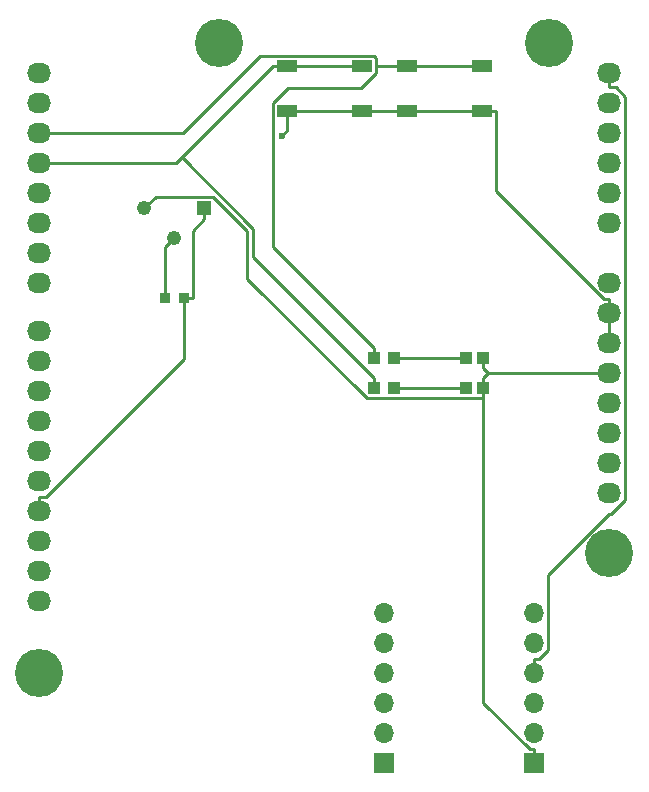
<source format=gbr>
G04 #@! TF.GenerationSoftware,KiCad,Pcbnew,(6.0.5)*
G04 #@! TF.CreationDate,2022-05-09T16:29:05-07:00*
G04 #@! TF.ProjectId,KiCad Project,4b694361-6420-4507-926f-6a6563742e6b,rev?*
G04 #@! TF.SameCoordinates,Original*
G04 #@! TF.FileFunction,Copper,L1,Top*
G04 #@! TF.FilePolarity,Positive*
%FSLAX46Y46*%
G04 Gerber Fmt 4.6, Leading zero omitted, Abs format (unit mm)*
G04 Created by KiCad (PCBNEW (6.0.5)) date 2022-05-09 16:29:05*
%MOMM*%
%LPD*%
G01*
G04 APERTURE LIST*
G04 #@! TA.AperFunction,ComponentPad*
%ADD10O,2.032000X1.727200*%
G04 #@! TD*
G04 #@! TA.AperFunction,ComponentPad*
%ADD11C,4.064000*%
G04 #@! TD*
G04 #@! TA.AperFunction,ComponentPad*
%ADD12R,1.222000X1.222000*%
G04 #@! TD*
G04 #@! TA.AperFunction,ComponentPad*
%ADD13C,1.222000*%
G04 #@! TD*
G04 #@! TA.AperFunction,SMDPad,CuDef*
%ADD14R,0.920000X0.970000*%
G04 #@! TD*
G04 #@! TA.AperFunction,SMDPad,CuDef*
%ADD15R,1.040000X1.020000*%
G04 #@! TD*
G04 #@! TA.AperFunction,SMDPad,CuDef*
%ADD16R,1.100000X1.000000*%
G04 #@! TD*
G04 #@! TA.AperFunction,ComponentPad*
%ADD17R,1.700000X1.700000*%
G04 #@! TD*
G04 #@! TA.AperFunction,ComponentPad*
%ADD18O,1.700000X1.700000*%
G04 #@! TD*
G04 #@! TA.AperFunction,SMDPad,CuDef*
%ADD19R,1.700000X1.000000*%
G04 #@! TD*
G04 #@! TA.AperFunction,ViaPad*
%ADD20C,0.600000*%
G04 #@! TD*
G04 #@! TA.AperFunction,Conductor*
%ADD21C,0.250000*%
G04 #@! TD*
G04 APERTURE END LIST*
D10*
G04 #@! TO.P,PORT1,1,Pin_1*
G04 #@! TO.N,unconnected-(P1-Pad1)*
X180848000Y-109855000D03*
G04 #@! TO.P,PORT1,2,Pin_2*
G04 #@! TO.N,/IOREF*
X180848000Y-107315000D03*
G04 #@! TO.P,PORT1,3,Pin_3*
G04 #@! TO.N,/Reset*
X180848000Y-104775000D03*
G04 #@! TO.P,PORT1,4,Pin_4*
G04 #@! TO.N,+3V3*
X180848000Y-102235000D03*
G04 #@! TO.P,PORT1,5,Pin_5*
G04 #@! TO.N,+5V*
X180848000Y-99695000D03*
G04 #@! TO.P,PORT1,6,Pin_6*
G04 #@! TO.N,GND*
X180848000Y-97155000D03*
G04 #@! TO.P,PORT1,7,Pin_7*
X180848000Y-94615000D03*
G04 #@! TO.P,PORT1,8,Pin_8*
G04 #@! TO.N,/Vin*
X180848000Y-92075000D03*
G04 #@! TD*
G04 #@! TO.P,PORT2,1,Pin_1*
G04 #@! TO.N,/A0*
X180848000Y-86995000D03*
G04 #@! TO.P,PORT2,2,Pin_2*
G04 #@! TO.N,/A1*
X180848000Y-84455000D03*
G04 #@! TO.P,PORT2,3,Pin_3*
G04 #@! TO.N,/A2*
X180848000Y-81915000D03*
G04 #@! TO.P,PORT2,4,Pin_4*
G04 #@! TO.N,/A3*
X180848000Y-79375000D03*
G04 #@! TO.P,PORT2,5,Pin_5*
G04 #@! TO.N,/A4(SDA)*
X180848000Y-76835000D03*
G04 #@! TO.P,PORT2,6,Pin_6*
G04 #@! TO.N,/A5(SCL)*
X180848000Y-74295000D03*
G04 #@! TD*
G04 #@! TO.P,PORT3,1,Pin_1*
G04 #@! TO.N,/A5(SCL)*
X132588000Y-118999000D03*
G04 #@! TO.P,PORT3,2,Pin_2*
G04 #@! TO.N,/A4(SDA)*
X132588000Y-116459000D03*
G04 #@! TO.P,PORT3,3,Pin_3*
G04 #@! TO.N,/AREF*
X132588000Y-113919000D03*
G04 #@! TO.P,PORT3,4,Pin_4*
G04 #@! TO.N,GND*
X132588000Y-111379000D03*
G04 #@! TO.P,PORT3,5,Pin_5*
G04 #@! TO.N,/13(SCK)*
X132588000Y-108839000D03*
G04 #@! TO.P,PORT3,6,Pin_6*
G04 #@! TO.N,/12(MISO)*
X132588000Y-106299000D03*
G04 #@! TO.P,PORT3,7,Pin_7*
G04 #@! TO.N,/11(\u002A\u002A{slash}MOSI)*
X132588000Y-103759000D03*
G04 #@! TO.P,PORT3,8,Pin_8*
G04 #@! TO.N,/10(\u002A\u002A{slash}SS)*
X132588000Y-101219000D03*
G04 #@! TO.P,PORT3,9,Pin_9*
G04 #@! TO.N,/9(\u002A\u002A)*
X132588000Y-98679000D03*
G04 #@! TO.P,PORT3,10,Pin_10*
G04 #@! TO.N,/8*
X132588000Y-96139000D03*
G04 #@! TD*
G04 #@! TO.P,PORT4,1,Pin_1*
G04 #@! TO.N,/7*
X132588000Y-92075000D03*
G04 #@! TO.P,PORT4,2,Pin_2*
G04 #@! TO.N,/6(\u002A\u002A)*
X132588000Y-89535000D03*
G04 #@! TO.P,PORT4,3,Pin_3*
G04 #@! TO.N,/5(\u002A\u002A)*
X132588000Y-86995000D03*
G04 #@! TO.P,PORT4,4,Pin_4*
G04 #@! TO.N,/4*
X132588000Y-84455000D03*
G04 #@! TO.P,PORT4,5,Pin_5*
G04 #@! TO.N,/3(\u002A\u002A)*
X132588000Y-81915000D03*
G04 #@! TO.P,PORT4,6,Pin_6*
G04 #@! TO.N,/2*
X132588000Y-79375000D03*
G04 #@! TO.P,PORT4,7,Pin_7*
G04 #@! TO.N,/1(Tx)*
X132588000Y-76835000D03*
G04 #@! TO.P,PORT4,8,Pin_8*
G04 #@! TO.N,/0(Rx)*
X132588000Y-74295000D03*
G04 #@! TD*
D11*
G04 #@! TO.P,P5,1,Pin_1*
G04 #@! TO.N,unconnected-(P5-Pad1)*
X180848000Y-114935000D03*
G04 #@! TD*
G04 #@! TO.P,P6,1,Pin_1*
G04 #@! TO.N,unconnected-(P6-Pad1)*
X175768000Y-71755000D03*
G04 #@! TD*
G04 #@! TO.P,P7,1,Pin_1*
G04 #@! TO.N,unconnected-(P7-Pad1)*
X132588000Y-125095000D03*
G04 #@! TD*
G04 #@! TO.P,P8,1,Pin_1*
G04 #@! TO.N,unconnected-(P8-Pad1)*
X147828000Y-71755000D03*
G04 #@! TD*
D12*
G04 #@! TO.P,VR1,1*
G04 #@! TO.N,GND*
X146558000Y-85725000D03*
D13*
G04 #@! TO.P,VR1,2*
G04 #@! TO.N,/A0*
X144018000Y-88265000D03*
G04 #@! TO.P,VR1,3*
G04 #@! TO.N,+5V*
X141478000Y-85725000D03*
G04 #@! TD*
D14*
G04 #@! TO.P,C1,1*
G04 #@! TO.N,/A0*
X143243000Y-93345000D03*
G04 #@! TO.P,C1,2*
G04 #@! TO.N,GND*
X144793000Y-93345000D03*
G04 #@! TD*
D15*
G04 #@! TO.P,R1,1*
G04 #@! TO.N,Net-(D1-Pad2)*
X168683000Y-98425000D03*
G04 #@! TO.P,R1,2*
G04 #@! TO.N,+5V*
X170153000Y-98425000D03*
G04 #@! TD*
D16*
G04 #@! TO.P,D2,1*
G04 #@! TO.N,/3(\u002A\u002A)*
X160948000Y-100965000D03*
G04 #@! TO.P,D2,2*
G04 #@! TO.N,Net-(D2-Pad2)*
X162648000Y-100965000D03*
G04 #@! TD*
D17*
G04 #@! TO.P,J2,1,Pin_1*
G04 #@! TO.N,unconnected-(J2-Pad1)*
X161773000Y-132715000D03*
D18*
G04 #@! TO.P,J2,2,Pin_2*
G04 #@! TO.N,unconnected-(J2-Pad2)*
X161773000Y-130175000D03*
G04 #@! TO.P,J2,3,Pin_3*
G04 #@! TO.N,unconnected-(J2-Pad3)*
X161773000Y-127635000D03*
G04 #@! TO.P,J2,4,Pin_4*
G04 #@! TO.N,unconnected-(J2-Pad4)*
X161773000Y-125095000D03*
G04 #@! TO.P,J2,5,Pin_5*
G04 #@! TO.N,GND*
X161773000Y-122555000D03*
G04 #@! TO.P,J2,6,Pin_6*
G04 #@! TO.N,unconnected-(J2-Pad6)*
X161773000Y-120015000D03*
G04 #@! TD*
D16*
G04 #@! TO.P,D1,1*
G04 #@! TO.N,/2*
X160948000Y-98425000D03*
G04 #@! TO.P,D1,2*
G04 #@! TO.N,Net-(D1-Pad2)*
X162648000Y-98425000D03*
G04 #@! TD*
D15*
G04 #@! TO.P,R2,1*
G04 #@! TO.N,Net-(D2-Pad2)*
X168683000Y-100965000D03*
G04 #@! TO.P,R2,2*
G04 #@! TO.N,+5V*
X170153000Y-100965000D03*
G04 #@! TD*
D19*
G04 #@! TO.P,S2,1*
G04 #@! TO.N,GND*
X159868000Y-77465000D03*
G04 #@! TO.P,S2,2*
X153568000Y-77465000D03*
G04 #@! TO.P,S2,3*
G04 #@! TO.N,/3(\u002A\u002A)*
X159868000Y-73665000D03*
G04 #@! TO.P,S2,4*
X153568000Y-73665000D03*
G04 #@! TD*
D17*
G04 #@! TO.P,J1,1,Pin_1*
G04 #@! TO.N,+5V*
X174473000Y-132715000D03*
D18*
G04 #@! TO.P,J1,2,Pin_2*
G04 #@! TO.N,unconnected-(J1-Pad2)*
X174473000Y-130175000D03*
G04 #@! TO.P,J1,3,Pin_3*
G04 #@! TO.N,GND*
X174473000Y-127635000D03*
G04 #@! TO.P,J1,4,Pin_4*
G04 #@! TO.N,/A5(SCL)*
X174473000Y-125095000D03*
G04 #@! TO.P,J1,5,Pin_5*
G04 #@! TO.N,/A4(SDA)*
X174473000Y-122555000D03*
G04 #@! TO.P,J1,6,Pin_6*
G04 #@! TO.N,unconnected-(J1-Pad6)*
X174473000Y-120015000D03*
G04 #@! TD*
D19*
G04 #@! TO.P,S1,1*
G04 #@! TO.N,GND*
X170028000Y-77465000D03*
G04 #@! TO.P,S1,2*
X163728000Y-77465000D03*
G04 #@! TO.P,S1,3*
G04 #@! TO.N,/2*
X170028000Y-73665000D03*
G04 #@! TO.P,S1,4*
X163728000Y-73665000D03*
G04 #@! TD*
D20*
G04 #@! TO.N,GND*
X153130800Y-79580200D03*
G04 #@! TD*
D21*
G04 #@! TO.N,+5V*
X174473000Y-132715000D02*
X174473000Y-131539700D01*
X170153000Y-100547300D02*
X170153000Y-100129700D01*
X170153000Y-101842000D02*
X170153000Y-127587000D01*
X180848000Y-99695000D02*
X170587700Y-99695000D01*
X174105700Y-131539700D02*
X174473000Y-131539700D01*
X170153000Y-100965000D02*
X170153000Y-101842000D01*
X170587700Y-99695000D02*
X170153000Y-100129700D01*
X170587700Y-99695000D02*
X170153000Y-99260300D01*
X142422900Y-84780100D02*
X147308800Y-84780100D01*
X170153000Y-100547300D02*
X170153000Y-100965000D01*
X170153000Y-127587000D02*
X174105700Y-131539700D01*
X170153000Y-98425000D02*
X170153000Y-99260300D01*
X147308800Y-84780100D02*
X150186100Y-87657400D01*
X141478000Y-85725000D02*
X142422900Y-84780100D01*
X160307600Y-101842000D02*
X170153000Y-101842000D01*
X150186100Y-87657400D02*
X150186100Y-91720500D01*
X150186100Y-91720500D02*
X160307600Y-101842000D01*
G04 #@! TO.N,GND*
X132588000Y-111379000D02*
X132588000Y-110190100D01*
X132588000Y-110190100D02*
X133108100Y-110190100D01*
X144793000Y-98505200D02*
X144793000Y-93345000D01*
X171203300Y-84277400D02*
X180352000Y-93426100D01*
X145578300Y-93345000D02*
X145578300Y-87641000D01*
X170028000Y-77465000D02*
X171203300Y-77465000D01*
X153130800Y-79580200D02*
X153568000Y-79143000D01*
X159868000Y-77465000D02*
X162552700Y-77465000D01*
X180848000Y-97155000D02*
X180848000Y-94615000D01*
X144793000Y-93345000D02*
X145578300Y-93345000D01*
X146558000Y-85725000D02*
X146558000Y-86661300D01*
X180848000Y-94615000D02*
X180848000Y-93426100D01*
X163728000Y-77465000D02*
X162552700Y-77465000D01*
X159868000Y-77465000D02*
X158692700Y-77465000D01*
X145578300Y-87641000D02*
X146558000Y-86661300D01*
X171203300Y-77465000D02*
X171203300Y-84277400D01*
X133108100Y-110190100D02*
X144793000Y-98505200D01*
X153568000Y-77465000D02*
X158692700Y-77465000D01*
X180352000Y-93426100D02*
X180848000Y-93426100D01*
X153568000Y-79143000D02*
X153568000Y-77465000D01*
X170028000Y-77465000D02*
X163728000Y-77465000D01*
G04 #@! TO.N,/A0*
X143243000Y-89040000D02*
X144018000Y-88265000D01*
X143243000Y-93345000D02*
X143243000Y-89040000D01*
G04 #@! TO.N,/A5(SCL)*
X180956600Y-111645000D02*
X182199000Y-110402600D01*
X175648300Y-123111800D02*
X175648300Y-116777100D01*
X182199000Y-76314800D02*
X181368100Y-75483900D01*
X180780400Y-111645000D02*
X180956600Y-111645000D01*
X175648300Y-116777100D02*
X180780400Y-111645000D01*
X180848000Y-74295000D02*
X180848000Y-75483900D01*
X182199000Y-110402600D02*
X182199000Y-76314800D01*
X174473000Y-125095000D02*
X174473000Y-123919700D01*
X181368100Y-75483900D02*
X180848000Y-75483900D01*
X174840400Y-123919700D02*
X175648300Y-123111800D01*
X174473000Y-123919700D02*
X174840400Y-123919700D01*
G04 #@! TO.N,/3(\u002A\u002A)*
X132588000Y-81915000D02*
X144142700Y-81915000D01*
X150691000Y-89882700D02*
X160948000Y-100139700D01*
X150691000Y-87479100D02*
X150691000Y-89882700D01*
X153568000Y-73665000D02*
X152392700Y-73665000D01*
X160948000Y-100965000D02*
X160948000Y-100139700D01*
X144634800Y-81422900D02*
X152392700Y-73665000D01*
X144634800Y-81422900D02*
X150691000Y-87479100D01*
X144142700Y-81915000D02*
X144634800Y-81422900D01*
X153568000Y-73665000D02*
X159868000Y-73665000D01*
G04 #@! TO.N,/2*
X144700200Y-79375000D02*
X132588000Y-79375000D01*
X161082800Y-73665000D02*
X162552700Y-73665000D01*
X160948000Y-98425000D02*
X160948000Y-97599700D01*
X159778100Y-75565000D02*
X153642600Y-75565000D01*
X161082800Y-74260300D02*
X159778100Y-75565000D01*
X152392600Y-76815000D02*
X152392600Y-89044300D01*
X161082800Y-73665000D02*
X161082800Y-73046000D01*
X161082800Y-73046000D02*
X160876500Y-72839700D01*
X152392600Y-89044300D02*
X160948000Y-97599700D01*
X153642600Y-75565000D02*
X152392600Y-76815000D01*
X160876500Y-72839700D02*
X151235500Y-72839700D01*
X151235500Y-72839700D02*
X144700200Y-79375000D01*
X163728000Y-73665000D02*
X170028000Y-73665000D01*
X161082800Y-73665000D02*
X161082800Y-74260300D01*
X163728000Y-73665000D02*
X162552700Y-73665000D01*
G04 #@! TO.N,Net-(D1-Pad2)*
X168683000Y-98425000D02*
X162648000Y-98425000D01*
G04 #@! TO.N,Net-(D2-Pad2)*
X168683000Y-100965000D02*
X162648000Y-100965000D01*
G04 #@! TD*
M02*

</source>
